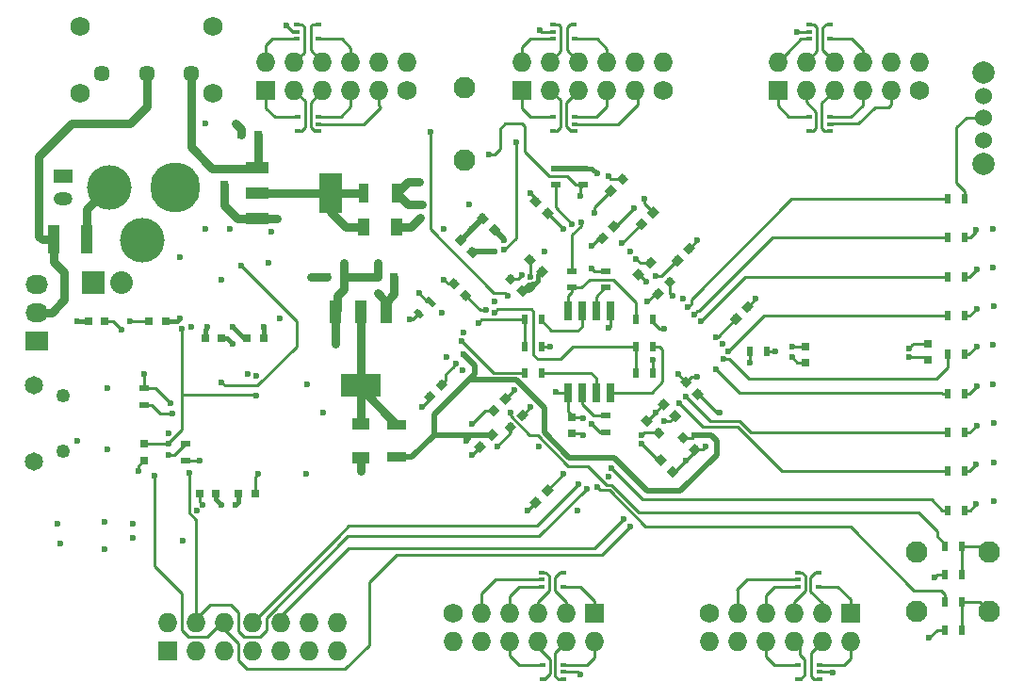
<source format=gbl>
G04 #@! TF.GenerationSoftware,KiCad,Pcbnew,(2017-01-24 revision 0b6147e)-makepkg*
G04 #@! TF.CreationDate,2017-03-21T13:18:50-07:00*
G04 #@! TF.ProjectId,Spartan6Dev,5370617274616E364465762E6B696361,rev?*
G04 #@! TF.FileFunction,Copper,L4,Bot,Signal*
G04 #@! TF.FilePolarity,Positive*
%FSLAX46Y46*%
G04 Gerber Fmt 4.6, Leading zero omitted, Abs format (unit mm)*
G04 Created by KiCad (PCBNEW (2017-01-24 revision 0b6147e)-makepkg) date 03/21/17 13:18:50*
%MOMM*%
%LPD*%
G01*
G04 APERTURE LIST*
%ADD10C,0.100000*%
%ADD11R,1.000000X2.500000*%
%ADD12R,1.727200X1.727200*%
%ADD13O,1.727200X1.727200*%
%ADD14R,0.650000X1.700000*%
%ADD15C,0.750000*%
%ADD16R,0.800000X0.750000*%
%ADD17R,0.750000X0.800000*%
%ADD18R,1.600000X1.000000*%
%ADD19R,1.000000X1.600000*%
%ADD20R,0.500000X0.400000*%
%ADD21R,2.032000X1.727200*%
%ADD22O,2.032000X1.727200*%
%ADD23C,0.500000*%
%ADD24R,0.900000X0.500000*%
%ADD25R,0.500000X0.900000*%
%ADD26R,2.032000X1.016000*%
%ADD27R,2.032000X3.657600*%
%ADD28C,1.650000*%
%ADD29C,1.250000*%
%ADD30C,4.000000*%
%ADD31C,4.500000*%
%ADD32R,3.657600X2.032000*%
%ADD33R,1.016000X2.032000*%
%ADD34C,1.727200*%
%ADD35R,1.700000X0.900000*%
%ADD36R,0.900000X1.700000*%
%ADD37R,1.700000X1.200000*%
%ADD38O,1.700000X1.200000*%
%ADD39R,2.032000X2.032000*%
%ADD40O,2.032000X2.032000*%
%ADD41C,1.524000*%
%ADD42C,2.000000*%
%ADD43C,1.950000*%
%ADD44C,1.450000*%
%ADD45C,1.750000*%
%ADD46C,0.600000*%
%ADD47C,0.254000*%
%ADD48C,0.762000*%
%ADD49C,0.508000*%
%ADD50C,0.250000*%
%ADD51C,0.381000*%
G04 APERTURE END LIST*
D10*
D11*
X35900000Y-98400000D03*
X38900000Y-98400000D03*
D12*
X46140000Y-135390000D03*
D13*
X46140000Y-132850000D03*
X48680000Y-135390000D03*
X48680000Y-132850000D03*
X51220000Y-135390000D03*
X51220000Y-132850000D03*
X53760000Y-135390000D03*
X53760000Y-132850000D03*
X56300000Y-135390000D03*
X56300000Y-132850000D03*
X58840000Y-135390000D03*
X58840000Y-132850000D03*
X61380000Y-135390000D03*
X61380000Y-132850000D03*
D14*
X82095000Y-104850000D03*
X83365000Y-104850000D03*
X84635000Y-104850000D03*
X85905000Y-104850000D03*
X85905000Y-112150000D03*
X84635000Y-112150000D03*
X83365000Y-112150000D03*
X82095000Y-112150000D03*
D15*
X92469670Y-116219670D03*
D10*
G36*
X91921662Y-116201992D02*
X92451992Y-115671662D01*
X93017678Y-116237348D01*
X92487348Y-116767678D01*
X91921662Y-116201992D01*
X91921662Y-116201992D01*
G37*
D15*
X93530330Y-117280330D03*
D10*
G36*
X92982322Y-117262652D02*
X93512652Y-116732322D01*
X94078338Y-117298008D01*
X93548008Y-117828338D01*
X92982322Y-117262652D01*
X92982322Y-117262652D01*
G37*
D15*
X93030330Y-99219670D03*
D10*
G36*
X93012652Y-99767678D02*
X92482322Y-99237348D01*
X93048008Y-98671662D01*
X93578338Y-99201992D01*
X93012652Y-99767678D01*
X93012652Y-99767678D01*
G37*
D15*
X91969670Y-100280330D03*
D10*
G36*
X91951992Y-100828338D02*
X91421662Y-100298008D01*
X91987348Y-99732322D01*
X92517678Y-100262652D01*
X91951992Y-100828338D01*
X91951992Y-100828338D01*
G37*
D15*
X75280330Y-115969670D03*
D10*
G36*
X75298008Y-115421662D02*
X75828338Y-115951992D01*
X75262652Y-116517678D01*
X74732322Y-115987348D01*
X75298008Y-115421662D01*
X75298008Y-115421662D01*
G37*
D15*
X74219670Y-117030330D03*
D10*
G36*
X74237348Y-116482322D02*
X74767678Y-117012652D01*
X74201992Y-117578338D01*
X73671662Y-117048008D01*
X74237348Y-116482322D01*
X74237348Y-116482322D01*
G37*
D15*
X79780330Y-101280330D03*
D10*
G36*
X79232322Y-101262652D02*
X79762652Y-100732322D01*
X80328338Y-101298008D01*
X79798008Y-101828338D01*
X79232322Y-101262652D01*
X79232322Y-101262652D01*
G37*
D15*
X78719670Y-100219670D03*
D10*
G36*
X78171662Y-100201992D02*
X78701992Y-99671662D01*
X79267678Y-100237348D01*
X78737348Y-100767678D01*
X78171662Y-100201992D01*
X78171662Y-100201992D01*
G37*
D15*
X88719670Y-97030330D03*
D10*
G36*
X88701992Y-97578338D02*
X88171662Y-97048008D01*
X88737348Y-96482322D01*
X89267678Y-97012652D01*
X88701992Y-97578338D01*
X88701992Y-97578338D01*
G37*
D15*
X89780330Y-95969670D03*
D10*
G36*
X89762652Y-96517678D02*
X89232322Y-95987348D01*
X89798008Y-95421662D01*
X90328338Y-95951992D01*
X89762652Y-96517678D01*
X89762652Y-96517678D01*
G37*
D15*
X78030330Y-114219670D03*
D10*
G36*
X78012652Y-114767678D02*
X77482322Y-114237348D01*
X78048008Y-113671662D01*
X78578338Y-114201992D01*
X78012652Y-114767678D01*
X78012652Y-114767678D01*
G37*
D15*
X76969670Y-115280330D03*
D10*
G36*
X76951992Y-115828338D02*
X76421662Y-115298008D01*
X76987348Y-114732322D01*
X77517678Y-115262652D01*
X76951992Y-115828338D01*
X76951992Y-115828338D01*
G37*
D15*
X90280330Y-115780330D03*
D10*
G36*
X90828338Y-115798008D02*
X90298008Y-116328338D01*
X89732322Y-115762652D01*
X90262652Y-115232322D01*
X90828338Y-115798008D01*
X90828338Y-115798008D01*
G37*
D15*
X89219670Y-114719670D03*
D10*
G36*
X89767678Y-114737348D02*
X89237348Y-115267678D01*
X88671662Y-114701992D01*
X89201992Y-114171662D01*
X89767678Y-114737348D01*
X89767678Y-114737348D01*
G37*
D15*
X78030330Y-103030330D03*
D10*
G36*
X77482322Y-103012652D02*
X78012652Y-102482322D01*
X78578338Y-103048008D01*
X78048008Y-103578338D01*
X77482322Y-103012652D01*
X77482322Y-103012652D01*
G37*
D15*
X76969670Y-101969670D03*
D10*
G36*
X76421662Y-101951992D02*
X76951992Y-101421662D01*
X77517678Y-101987348D01*
X76987348Y-102517678D01*
X76421662Y-101951992D01*
X76421662Y-101951992D01*
G37*
D15*
X93780330Y-112280330D03*
D10*
G36*
X94328338Y-112298008D02*
X93798008Y-112828338D01*
X93232322Y-112262652D01*
X93762652Y-111732322D01*
X94328338Y-112298008D01*
X94328338Y-112298008D01*
G37*
D15*
X92719670Y-111219670D03*
D10*
G36*
X93267678Y-111237348D02*
X92737348Y-111767678D01*
X92171662Y-111201992D01*
X92701992Y-110671662D01*
X93267678Y-111237348D01*
X93267678Y-111237348D01*
G37*
D15*
X79219670Y-122030330D03*
D10*
G36*
X79237348Y-121482322D02*
X79767678Y-122012652D01*
X79201992Y-122578338D01*
X78671662Y-122048008D01*
X79237348Y-121482322D01*
X79237348Y-121482322D01*
G37*
D15*
X80280330Y-120969670D03*
D10*
G36*
X80298008Y-120421662D02*
X80828338Y-120951992D01*
X80262652Y-121517678D01*
X79732322Y-120987348D01*
X80298008Y-120421662D01*
X80298008Y-120421662D01*
G37*
D15*
X70780330Y-111469670D03*
D10*
G36*
X70798008Y-110921662D02*
X71328338Y-111451992D01*
X70762652Y-112017678D01*
X70232322Y-111487348D01*
X70798008Y-110921662D01*
X70798008Y-110921662D01*
G37*
D15*
X69719670Y-112530330D03*
D10*
G36*
X69737348Y-111982322D02*
X70267678Y-112512652D01*
X69701992Y-113078338D01*
X69171662Y-112548008D01*
X69737348Y-111982322D01*
X69737348Y-111982322D01*
G37*
D15*
X97219670Y-105530330D03*
D10*
G36*
X97201992Y-106078338D02*
X96671662Y-105548008D01*
X97237348Y-104982322D01*
X97767678Y-105512652D01*
X97201992Y-106078338D01*
X97201992Y-106078338D01*
G37*
D15*
X98280330Y-104469670D03*
D10*
G36*
X98262652Y-105017678D02*
X97732322Y-104487348D01*
X98298008Y-103921662D01*
X98828338Y-104451992D01*
X98262652Y-105017678D01*
X98262652Y-105017678D01*
G37*
D15*
X91530330Y-119280330D03*
D10*
G36*
X90982322Y-119262652D02*
X91512652Y-118732322D01*
X92078338Y-119298008D01*
X91548008Y-119828338D01*
X90982322Y-119262652D01*
X90982322Y-119262652D01*
G37*
D15*
X90469670Y-118219670D03*
D10*
G36*
X89921662Y-118201992D02*
X90451992Y-117671662D01*
X91017678Y-118237348D01*
X90487348Y-118767678D01*
X89921662Y-118201992D01*
X89921662Y-118201992D01*
G37*
D15*
X80280330Y-96030330D03*
D10*
G36*
X80828338Y-96048008D02*
X80298008Y-96578338D01*
X79732322Y-96012652D01*
X80262652Y-95482322D01*
X80828338Y-96048008D01*
X80828338Y-96048008D01*
G37*
D15*
X79219670Y-94969670D03*
D10*
G36*
X79767678Y-94987348D02*
X79237348Y-95517678D01*
X78671662Y-94951992D01*
X79201992Y-94421662D01*
X79767678Y-94987348D01*
X79767678Y-94987348D01*
G37*
D15*
X76530330Y-112719670D03*
D10*
G36*
X76512652Y-113267678D02*
X75982322Y-112737348D01*
X76548008Y-112171662D01*
X77078338Y-112701992D01*
X76512652Y-113267678D01*
X76512652Y-113267678D01*
G37*
D15*
X75469670Y-113780330D03*
D10*
G36*
X75451992Y-114328338D02*
X74921662Y-113798008D01*
X75487348Y-113232322D01*
X76017678Y-113762652D01*
X75451992Y-114328338D01*
X75451992Y-114328338D01*
G37*
D15*
X85219670Y-98280330D03*
D10*
G36*
X85237348Y-97732322D02*
X85767678Y-98262652D01*
X85201992Y-98828338D01*
X84671662Y-98298008D01*
X85237348Y-97732322D01*
X85237348Y-97732322D01*
G37*
D15*
X86280330Y-97219670D03*
D10*
G36*
X86298008Y-96671662D02*
X86828338Y-97201992D01*
X86262652Y-97767678D01*
X85732322Y-97237348D01*
X86298008Y-96671662D01*
X86298008Y-96671662D01*
G37*
D15*
X91280330Y-102219670D03*
D10*
G36*
X91298008Y-101671662D02*
X91828338Y-102201992D01*
X91262652Y-102767678D01*
X90732322Y-102237348D01*
X91298008Y-101671662D01*
X91298008Y-101671662D01*
G37*
D15*
X90219670Y-103280330D03*
D10*
G36*
X90237348Y-102732322D02*
X90767678Y-103262652D01*
X90201992Y-103828338D01*
X89671662Y-103298008D01*
X90237348Y-102732322D01*
X90237348Y-102732322D01*
G37*
D15*
X88469670Y-101530330D03*
D10*
G36*
X88487348Y-100982322D02*
X89017678Y-101512652D01*
X88451992Y-102078338D01*
X87921662Y-101548008D01*
X88487348Y-100982322D01*
X88487348Y-100982322D01*
G37*
D15*
X89530330Y-100469670D03*
D10*
G36*
X89548008Y-99921662D02*
X90078338Y-100451992D01*
X89512652Y-101017678D01*
X88982322Y-100487348D01*
X89548008Y-99921662D01*
X89548008Y-99921662D01*
G37*
D15*
X85969670Y-94030330D03*
D10*
G36*
X85951992Y-94578338D02*
X85421662Y-94048008D01*
X85987348Y-93482322D01*
X86517678Y-94012652D01*
X85951992Y-94578338D01*
X85951992Y-94578338D01*
G37*
D15*
X87030330Y-92969670D03*
D10*
G36*
X87012652Y-93517678D02*
X86482322Y-92987348D01*
X87048008Y-92421662D01*
X87578338Y-92951992D01*
X87012652Y-93517678D01*
X87012652Y-93517678D01*
G37*
D15*
X90719670Y-113219670D03*
D10*
G36*
X91267678Y-113237348D02*
X90737348Y-113767678D01*
X90171662Y-113201992D01*
X90701992Y-112671662D01*
X91267678Y-113237348D01*
X91267678Y-113237348D01*
G37*
D15*
X91780330Y-114280330D03*
D10*
G36*
X92328338Y-114298008D02*
X91798008Y-114828338D01*
X91232322Y-114262652D01*
X91762652Y-113732322D01*
X92328338Y-114298008D01*
X92328338Y-114298008D01*
G37*
D15*
X72930330Y-103430330D03*
D10*
G36*
X73478338Y-103448008D02*
X72948008Y-103978338D01*
X72382322Y-103412652D01*
X72912652Y-102882322D01*
X73478338Y-103448008D01*
X73478338Y-103448008D01*
G37*
D15*
X71869670Y-102369670D03*
D10*
G36*
X72417678Y-102387348D02*
X71887348Y-102917678D01*
X71321662Y-102351992D01*
X71851992Y-101821662D01*
X72417678Y-102387348D01*
X72417678Y-102387348D01*
G37*
D15*
X74469670Y-96469670D03*
D10*
G36*
X75017678Y-96487348D02*
X74487348Y-97017678D01*
X73921662Y-96451992D01*
X74451992Y-95921662D01*
X75017678Y-96487348D01*
X75017678Y-96487348D01*
G37*
D15*
X75530330Y-97530330D03*
D10*
G36*
X76078338Y-97548008D02*
X75548008Y-98078338D01*
X74982322Y-97512652D01*
X75512652Y-96982322D01*
X76078338Y-97548008D01*
X76078338Y-97548008D01*
G37*
D15*
X73530330Y-99530330D03*
D10*
G36*
X74078338Y-99548008D02*
X73548008Y-100078338D01*
X72982322Y-99512652D01*
X73512652Y-98982322D01*
X74078338Y-99548008D01*
X74078338Y-99548008D01*
G37*
D15*
X72469670Y-98469670D03*
D10*
G36*
X73017678Y-98487348D02*
X72487348Y-99017678D01*
X71921662Y-98451992D01*
X72451992Y-97921662D01*
X73017678Y-98487348D01*
X73017678Y-98487348D01*
G37*
D16*
X44500000Y-105750000D03*
X46000000Y-105750000D03*
X39000000Y-105750000D03*
X40500000Y-105750000D03*
D17*
X44000000Y-118250000D03*
X44000000Y-116750000D03*
D16*
X54750000Y-107250000D03*
X53250000Y-107250000D03*
X54000000Y-121250000D03*
X52500000Y-121250000D03*
X49500000Y-107250000D03*
X51000000Y-107250000D03*
X49000000Y-121250000D03*
X50500000Y-121250000D03*
X66500000Y-101750000D03*
X65000000Y-101750000D03*
D17*
X51250000Y-93500000D03*
X51250000Y-92000000D03*
D16*
X62000000Y-101750000D03*
X60500000Y-101750000D03*
X54250000Y-89000000D03*
X52750000Y-89000000D03*
D18*
X63500000Y-115000000D03*
X63500000Y-118000000D03*
D19*
X66750000Y-97250000D03*
X63750000Y-97250000D03*
D17*
X103500000Y-108000000D03*
X103500000Y-109500000D03*
X114500000Y-107750000D03*
X114500000Y-109250000D03*
X82500000Y-114350000D03*
X82500000Y-115850000D03*
D20*
X57820000Y-88670000D03*
X59710000Y-88678000D03*
X59710000Y-88028000D03*
X57810000Y-87378000D03*
X59709000Y-87378000D03*
X79791000Y-129622000D03*
X81690000Y-129622000D03*
X79790000Y-128972000D03*
X79790000Y-128322000D03*
X81680000Y-128330000D03*
X79820000Y-137920000D03*
X81710000Y-137928000D03*
X81710000Y-137278000D03*
X79810000Y-136628000D03*
X81709000Y-136628000D03*
X57791000Y-80372000D03*
X59690000Y-80372000D03*
X57790000Y-79722000D03*
X57790000Y-79072000D03*
X59680000Y-79080000D03*
X104680000Y-128330000D03*
X102790000Y-128322000D03*
X102790000Y-128972000D03*
X104690000Y-129622000D03*
X102791000Y-129622000D03*
X103820000Y-88670000D03*
X105710000Y-88678000D03*
X105710000Y-88028000D03*
X103810000Y-87378000D03*
X105709000Y-87378000D03*
X80820000Y-88670000D03*
X82710000Y-88678000D03*
X82710000Y-88028000D03*
X80810000Y-87378000D03*
X82709000Y-87378000D03*
X103791000Y-80372000D03*
X105690000Y-80372000D03*
X103790000Y-79722000D03*
X103790000Y-79072000D03*
X105680000Y-79080000D03*
X80791000Y-80372000D03*
X82690000Y-80372000D03*
X80790000Y-79722000D03*
X80790000Y-79072000D03*
X82680000Y-79080000D03*
X104709000Y-136628000D03*
X102810000Y-136628000D03*
X104710000Y-137278000D03*
X104710000Y-137928000D03*
X102820000Y-137920000D03*
D21*
X34400000Y-107500000D03*
D22*
X34400000Y-104960000D03*
X34400000Y-102420000D03*
D23*
X69780330Y-103969670D03*
D10*
G36*
X69921751Y-104464645D02*
X69285355Y-103828249D01*
X69638909Y-103474695D01*
X70275305Y-104111091D01*
X69921751Y-104464645D01*
X69921751Y-104464645D01*
G37*
D23*
X68719670Y-105030330D03*
D10*
G36*
X68861091Y-105525305D02*
X68224695Y-104888909D01*
X68578249Y-104535355D01*
X69214645Y-105171751D01*
X68861091Y-105525305D01*
X68861091Y-105525305D01*
G37*
D24*
X83500000Y-93500000D03*
X83500000Y-92000000D03*
X81000000Y-92000000D03*
X81000000Y-93500000D03*
D25*
X100000000Y-108500000D03*
X98500000Y-108500000D03*
D24*
X44000000Y-113250000D03*
X44000000Y-111750000D03*
X47750000Y-118250000D03*
X47750000Y-116750000D03*
D25*
X79750000Y-108000000D03*
X78250000Y-108000000D03*
D24*
X82500000Y-101250000D03*
X82500000Y-102750000D03*
D25*
X79750000Y-105600000D03*
X78250000Y-105600000D03*
D24*
X85500000Y-102750000D03*
X85500000Y-101250000D03*
D25*
X89750000Y-105600000D03*
X88250000Y-105600000D03*
X79750000Y-110400000D03*
X78250000Y-110400000D03*
X88250000Y-108000000D03*
X89750000Y-108000000D03*
X88250000Y-110400000D03*
X89750000Y-110400000D03*
D24*
X85500000Y-115750000D03*
X85500000Y-114250000D03*
D25*
X117780500Y-94750000D03*
X116280500Y-94750000D03*
X117750000Y-98250000D03*
X116250000Y-98250000D03*
X117750000Y-101750000D03*
X116250000Y-101750000D03*
X117750000Y-105250000D03*
X116250000Y-105250000D03*
X116250000Y-108750000D03*
X117750000Y-108750000D03*
X116250000Y-112250000D03*
X117750000Y-112250000D03*
X116250000Y-115750000D03*
X117750000Y-115750000D03*
X117750000Y-119250000D03*
X116250000Y-119250000D03*
X116250000Y-122750000D03*
X117750000Y-122750000D03*
X116000000Y-133500000D03*
X117500000Y-133500000D03*
X116000000Y-128500000D03*
X117500000Y-128500000D03*
X116000000Y-131000000D03*
X117500000Y-131000000D03*
X117500000Y-126000000D03*
X116000000Y-126000000D03*
D26*
X54198000Y-96536000D03*
X54198000Y-91964000D03*
X54198000Y-94250000D03*
D27*
X60802000Y-94250000D03*
D28*
X34100000Y-111520000D03*
X34100000Y-118380000D03*
D29*
X36770000Y-117447940D03*
X36770000Y-112447940D03*
D30*
X43866000Y-98450000D03*
X40866000Y-93750000D03*
D31*
X46866000Y-93750000D03*
D32*
X63500000Y-111552000D03*
D33*
X63500000Y-104948000D03*
X65786000Y-104948000D03*
X61214000Y-104948000D03*
D13*
X84503500Y-134543500D03*
D12*
X84503500Y-132003500D03*
D13*
X81963500Y-134543500D03*
X81963500Y-132003500D03*
X79423500Y-134543500D03*
X79423500Y-132003500D03*
X76883500Y-134543500D03*
X76883500Y-132003500D03*
X74343500Y-134543500D03*
X74343500Y-132003500D03*
X71803500Y-134543500D03*
D34*
X71803500Y-132003500D03*
X94803500Y-132003500D03*
D13*
X94803500Y-134543500D03*
X97343500Y-132003500D03*
X97343500Y-134543500D03*
X99883500Y-132003500D03*
X99883500Y-134543500D03*
X102423500Y-132003500D03*
X102423500Y-134543500D03*
X104963500Y-132003500D03*
X104963500Y-134543500D03*
D12*
X107503500Y-132003500D03*
D13*
X107503500Y-134543500D03*
D34*
X67696500Y-84996500D03*
D13*
X67696500Y-82456500D03*
X65156500Y-84996500D03*
X65156500Y-82456500D03*
X62616500Y-84996500D03*
X62616500Y-82456500D03*
X60076500Y-84996500D03*
X60076500Y-82456500D03*
X57536500Y-84996500D03*
X57536500Y-82456500D03*
D12*
X54996500Y-84996500D03*
D13*
X54996500Y-82456500D03*
D34*
X90696500Y-84996500D03*
D13*
X90696500Y-82456500D03*
X88156500Y-84996500D03*
X88156500Y-82456500D03*
X85616500Y-84996500D03*
X85616500Y-82456500D03*
X83076500Y-84996500D03*
X83076500Y-82456500D03*
X80536500Y-84996500D03*
X80536500Y-82456500D03*
D12*
X77996500Y-84996500D03*
D13*
X77996500Y-82456500D03*
X100996500Y-82456500D03*
D12*
X100996500Y-84996500D03*
D13*
X103536500Y-82456500D03*
X103536500Y-84996500D03*
X106076500Y-82456500D03*
X106076500Y-84996500D03*
X108616500Y-82456500D03*
X108616500Y-84996500D03*
X111156500Y-82456500D03*
X111156500Y-84996500D03*
X113696500Y-82456500D03*
D34*
X113696500Y-84996500D03*
D35*
X66750000Y-115050000D03*
X66750000Y-117950000D03*
D36*
X66700000Y-94250000D03*
X63800000Y-94250000D03*
D37*
X36750000Y-92750000D03*
D38*
X36750000Y-94750000D03*
D39*
X39450000Y-102300000D03*
D40*
X41990000Y-102300000D03*
D41*
X119500000Y-87500000D03*
X119500000Y-85500000D03*
X119500000Y-89500000D03*
D42*
X119500000Y-91600000D03*
X119500000Y-83400000D03*
D43*
X72800000Y-84800000D03*
X72800000Y-91300000D03*
X120000000Y-131840000D03*
X113500000Y-131840000D03*
X113500000Y-126500000D03*
X120000000Y-126500000D03*
D44*
X40250000Y-83500000D03*
X44250000Y-83500000D03*
X48250000Y-83500000D03*
D45*
X50250000Y-85250000D03*
X50250000Y-79250000D03*
X38250000Y-85250000D03*
X38250000Y-79250000D03*
D46*
X60090000Y-113930000D03*
X81000000Y-112122990D03*
X72750000Y-106750000D03*
X65000000Y-103250000D03*
X80515291Y-108057010D03*
X90750000Y-106392990D03*
X72080942Y-109580942D03*
X54150000Y-110650000D03*
X76412849Y-98440424D03*
X112750000Y-109000000D03*
X102250000Y-108000000D03*
X88229482Y-100140403D03*
X91500000Y-103500000D03*
X54250000Y-119500000D03*
X49000000Y-118250000D03*
X77957403Y-101641329D03*
X84750000Y-92500000D03*
X89750000Y-109250000D03*
X68750000Y-103250000D03*
X74750000Y-104750000D03*
X73500000Y-115000000D03*
X75750000Y-117000000D03*
X81750000Y-119500000D03*
X88750000Y-116750000D03*
X90750000Y-114750000D03*
X95750000Y-114000000D03*
X84500000Y-96000000D03*
X81750000Y-97500000D03*
X73250000Y-95250000D03*
X88072839Y-95572830D03*
X84250000Y-101000000D03*
X95434306Y-107184306D03*
X100750000Y-108500000D03*
X88750000Y-116000000D03*
X84250000Y-115000000D03*
X83500000Y-114500000D03*
X49250000Y-122250000D03*
X54750000Y-106250000D03*
X52000000Y-107750000D03*
X48750000Y-122750000D03*
X47500000Y-125500000D03*
X36250000Y-124000000D03*
X36500000Y-125750000D03*
X49500000Y-88000000D03*
X47250000Y-100000000D03*
X49500000Y-97500000D03*
X55500000Y-97750000D03*
X55250000Y-100500000D03*
X59000000Y-101750000D03*
X69000000Y-95250000D03*
X68000000Y-95250000D03*
X68750000Y-93250000D03*
X67750000Y-93250000D03*
X75000000Y-90750000D03*
X83250000Y-94500000D03*
X120350000Y-97420000D03*
X120350000Y-100910000D03*
X120390000Y-104380000D03*
X120350000Y-107880000D03*
X120300000Y-111420000D03*
X120430000Y-114900000D03*
X120400000Y-118420000D03*
X120370000Y-121900000D03*
X115040000Y-128810000D03*
X114590000Y-134240000D03*
X77329100Y-111972105D03*
X58650000Y-111430000D03*
X56830000Y-79140000D03*
X102750000Y-79750000D03*
X68803160Y-96416432D03*
X88960602Y-94710602D03*
X92484857Y-103732049D03*
X85762084Y-106377010D03*
X72646636Y-110146636D03*
X79600000Y-79570000D03*
X105900000Y-137310000D03*
X83230000Y-137500000D03*
X53372483Y-110461623D03*
X58640000Y-119450000D03*
X46440000Y-113160000D03*
X80000000Y-99500000D03*
X89147888Y-102188200D03*
X112750000Y-108199987D03*
X102250000Y-109000000D03*
X87750000Y-99500000D03*
X89250000Y-104000000D03*
X43500000Y-119250000D03*
X46249999Y-115800037D03*
X79106094Y-102466391D03*
X93750000Y-98500000D03*
X71250000Y-109000000D03*
X83000000Y-122750000D03*
X85750000Y-119750000D03*
X75500000Y-104000000D03*
X71000000Y-102000000D03*
X70750000Y-105000000D03*
X79500000Y-117000000D03*
X78500000Y-122750000D03*
X94500000Y-117000000D03*
X92750000Y-118250000D03*
X93750000Y-110750000D03*
X85750000Y-92750000D03*
X78750000Y-94250000D03*
X71000000Y-97500000D03*
X73500000Y-97500000D03*
X84250000Y-99000000D03*
X96000000Y-107750000D03*
X99000000Y-103750000D03*
X92000000Y-110500000D03*
X90000000Y-114000000D03*
X83500000Y-116000000D03*
X78750000Y-113500000D03*
X69000000Y-113500000D03*
X73500000Y-117750000D03*
X63500000Y-119250000D03*
X51000000Y-122250000D03*
X52250000Y-122250000D03*
X52000000Y-106250000D03*
X49750000Y-106250000D03*
X47250000Y-105500000D03*
X38000000Y-105750000D03*
X43000000Y-124000000D03*
X43000000Y-125250000D03*
X40500000Y-126250000D03*
X40500000Y-123750000D03*
X38060000Y-116500000D03*
X40750000Y-117250000D03*
X40750000Y-111750000D03*
X44000000Y-110500000D03*
X56250000Y-105500000D03*
X48250000Y-106250000D03*
X52250000Y-88000000D03*
X51000000Y-102000000D03*
X51750000Y-97500000D03*
X61250000Y-107750000D03*
X61250000Y-106750000D03*
X65000000Y-100500000D03*
X62000000Y-100500000D03*
X63500000Y-101750000D03*
X56000000Y-96500000D03*
X51250000Y-95366000D03*
X73000000Y-116500000D03*
X89986408Y-101711201D03*
X72750000Y-108750000D03*
X78750000Y-101750000D03*
X93500000Y-116000000D03*
X87000000Y-98750000D03*
X75500000Y-99500000D03*
X54100000Y-112460000D03*
X47430000Y-106440000D03*
X46250000Y-116750000D03*
X42750000Y-105750000D03*
X118820000Y-97510000D03*
X118860000Y-101110000D03*
X118840000Y-104620000D03*
X118840000Y-108010000D03*
X118840000Y-111620000D03*
X118840000Y-115120000D03*
X118820000Y-118650000D03*
X118820000Y-122180000D03*
X87130000Y-123500000D03*
X83070000Y-120410000D03*
X83790000Y-120830000D03*
X48060000Y-119350000D03*
X87690000Y-124230000D03*
X44940000Y-119600000D03*
X98500000Y-109500000D03*
X67910000Y-105600000D03*
X82500000Y-97000000D03*
X46567112Y-114026193D03*
X74079151Y-105883288D03*
X75519231Y-104969780D03*
X93460000Y-105160000D03*
X83283196Y-96836835D03*
X72575220Y-107530686D03*
X94090000Y-105750000D03*
X96560000Y-108450000D03*
X96090000Y-109130000D03*
X95420000Y-110080000D03*
X92723673Y-112543743D03*
X92130000Y-113080000D03*
X85990000Y-118970000D03*
X84730000Y-120640000D03*
X76970000Y-113950000D03*
X69750000Y-88750000D03*
X76750000Y-103500000D03*
X77440000Y-89630000D03*
X76400000Y-99340000D03*
X42000000Y-106500000D03*
X52750000Y-100750000D03*
X51000000Y-111250000D03*
X92890000Y-104500000D03*
X46250000Y-117750000D03*
D47*
X81027010Y-112150000D02*
X81000000Y-112122990D01*
X82095000Y-112150000D02*
X81027010Y-112150000D01*
D48*
X65786000Y-104948000D02*
X65786000Y-104036000D01*
X65786000Y-104036000D02*
X65000000Y-103250000D01*
D47*
X80458281Y-108000000D02*
X80515291Y-108057010D01*
X79750000Y-108000000D02*
X80458281Y-108000000D01*
X90342990Y-106392990D02*
X90750000Y-106392990D01*
X89750000Y-105800000D02*
X90342990Y-106392990D01*
X89750000Y-105600000D02*
X89750000Y-105800000D01*
X71133883Y-111116117D02*
X71133883Y-110528001D01*
X70780330Y-111469670D02*
X71133883Y-111116117D01*
X71780943Y-109880941D02*
X72080942Y-109580942D01*
X71133883Y-110528001D02*
X71780943Y-109880941D01*
D49*
X76412849Y-98412849D02*
X76412849Y-98440424D01*
X75530330Y-97530330D02*
X76412849Y-98412849D01*
D47*
X112750000Y-109000000D02*
X114250000Y-109000000D01*
X114250000Y-109000000D02*
X114500000Y-109250000D01*
X103500000Y-108000000D02*
X102250000Y-108000000D01*
X89530330Y-100469670D02*
X88558749Y-100469670D01*
X88558749Y-100469670D02*
X88529481Y-100440402D01*
X88529481Y-100440402D02*
X88229482Y-100140403D01*
X91280330Y-102219670D02*
X91280330Y-103280330D01*
X91280330Y-103280330D02*
X91500000Y-103500000D01*
X54000000Y-121250000D02*
X54000000Y-119750000D01*
X54000000Y-119750000D02*
X54250000Y-119500000D01*
D50*
X47750000Y-118250000D02*
X49000000Y-118250000D01*
D47*
X77657404Y-101941328D02*
X77957403Y-101641329D01*
X76969670Y-101969670D02*
X77629062Y-101969670D01*
X77629062Y-101969670D02*
X77657404Y-101941328D01*
D51*
X84250000Y-92000000D02*
X84750000Y-92500000D01*
X83500000Y-92000000D02*
X84250000Y-92000000D01*
D49*
X81000000Y-92000000D02*
X83500000Y-92000000D01*
D47*
X89750000Y-110400000D02*
X89750000Y-109250000D01*
X69780330Y-103969670D02*
X69469670Y-103969670D01*
X69469670Y-103969670D02*
X68750000Y-103250000D01*
X74750000Y-104750000D02*
X74250000Y-104750000D01*
X74250000Y-104750000D02*
X72930330Y-103430330D01*
X74719670Y-113780330D02*
X73500000Y-115000000D01*
X75469670Y-113780330D02*
X74719670Y-113780330D01*
X76969670Y-115280330D02*
X76969670Y-115780330D01*
X76969670Y-115780330D02*
X75750000Y-117000000D01*
X80280330Y-120969670D02*
X81750000Y-119500000D01*
X90469670Y-118219670D02*
X90219670Y-118219670D01*
X90219670Y-118219670D02*
X88750000Y-116750000D01*
X90750000Y-114750000D02*
X91310660Y-114750000D01*
X91310660Y-114750000D02*
X91780330Y-114280330D01*
X93780330Y-112280330D02*
X95500000Y-114000000D01*
X95500000Y-114000000D02*
X95750000Y-114000000D01*
X85969670Y-94030330D02*
X84500000Y-95500000D01*
X84500000Y-95500000D02*
X84500000Y-96000000D01*
X80280330Y-96030330D02*
X81750000Y-97500000D01*
X86280330Y-97219670D02*
X86425999Y-97219670D01*
X86425999Y-97219670D02*
X88072839Y-95572830D01*
X85500000Y-101250000D02*
X84500000Y-101250000D01*
X84500000Y-101250000D02*
X84250000Y-101000000D01*
X95565694Y-107184306D02*
X95434306Y-107184306D01*
X97219670Y-105530330D02*
X95565694Y-107184306D01*
X100000000Y-108500000D02*
X100750000Y-108500000D01*
X90280330Y-115780330D02*
X88969670Y-115780330D01*
X88969670Y-115780330D02*
X88750000Y-116000000D01*
X85500000Y-115750000D02*
X85000000Y-115750000D01*
X85000000Y-115750000D02*
X84250000Y-115000000D01*
X82500000Y-114350000D02*
X83350000Y-114350000D01*
X83350000Y-114350000D02*
X83500000Y-114500000D01*
X82500000Y-114250000D02*
X82095000Y-113845000D01*
X82095000Y-113845000D02*
X82095000Y-112150000D01*
X82500000Y-114350000D02*
X82500000Y-114250000D01*
X49000000Y-121250000D02*
X49000000Y-122000000D01*
X49000000Y-122000000D02*
X49250000Y-122250000D01*
D51*
X54750000Y-107250000D02*
X54750000Y-106250000D01*
X51000000Y-107250000D02*
X51500000Y-107250000D01*
X51500000Y-107250000D02*
X52000000Y-107750000D01*
D48*
X60500000Y-101750000D02*
X59000000Y-101750000D01*
X68000000Y-95250000D02*
X69000000Y-95250000D01*
X66750000Y-94250000D02*
X67750000Y-95250000D01*
X67750000Y-95250000D02*
X68000000Y-95250000D01*
X67750000Y-93250000D02*
X68750000Y-93250000D01*
X66700000Y-94250000D02*
X66750000Y-94250000D01*
X66750000Y-94250000D02*
X67750000Y-93250000D01*
X65786000Y-104044000D02*
X66500000Y-103330000D01*
X66500000Y-103330000D02*
X66500000Y-101750000D01*
X65786000Y-104948000D02*
X65786000Y-104044000D01*
D47*
X76000000Y-90250000D02*
X75500000Y-90750000D01*
X75500000Y-90750000D02*
X75000000Y-90750000D01*
X76000000Y-88500000D02*
X76000000Y-90250000D01*
X76500000Y-88000000D02*
X76000000Y-88500000D01*
X78000000Y-88000000D02*
X76500000Y-88000000D01*
X78250000Y-88250000D02*
X78000000Y-88000000D01*
X78250000Y-90538602D02*
X78250000Y-88250000D01*
X82046000Y-92750000D02*
X80461398Y-92750000D01*
X80461398Y-92750000D02*
X78250000Y-90538602D01*
X83500000Y-93500000D02*
X82796000Y-93500000D01*
X82796000Y-93500000D02*
X82046000Y-92750000D01*
X83250000Y-94500000D02*
X83250000Y-93750000D01*
X83250000Y-93750000D02*
X83500000Y-93500000D01*
D48*
X38900000Y-98400000D02*
X38900000Y-95716000D01*
X38900000Y-95716000D02*
X40866000Y-93750000D01*
D47*
X116000000Y-128500000D02*
X115350000Y-128500000D01*
X115350000Y-128500000D02*
X115040000Y-128810000D01*
X116000000Y-133500000D02*
X115330000Y-133500000D01*
X115330000Y-133500000D02*
X114590000Y-134240000D01*
X77277895Y-111972105D02*
X77329100Y-111972105D01*
X76530330Y-112719670D02*
X77277895Y-111972105D01*
X56830000Y-79140000D02*
X57412000Y-79722000D01*
X57412000Y-79722000D02*
X57790000Y-79722000D01*
X103790000Y-79722000D02*
X102778000Y-79722000D01*
X102778000Y-79722000D02*
X102750000Y-79750000D01*
D48*
X68803160Y-96458840D02*
X68803160Y-96416432D01*
X66750000Y-97250000D02*
X68012000Y-97250000D01*
X68012000Y-97250000D02*
X68803160Y-96458840D01*
D47*
X110900000Y-86500000D02*
X111156500Y-86243500D01*
X111156500Y-86243500D02*
X111156500Y-84996500D01*
X109700000Y-86500000D02*
X110900000Y-86500000D01*
X108200000Y-88000000D02*
X109700000Y-86500000D01*
X105956000Y-88000000D02*
X108200000Y-88000000D01*
X105710000Y-88028000D02*
X105928000Y-88028000D01*
X105928000Y-88028000D02*
X105956000Y-88000000D01*
X88960602Y-95149942D02*
X88960602Y-95134866D01*
X88960602Y-95134866D02*
X88960602Y-94710602D01*
X89780330Y-95969670D02*
X88960602Y-95149942D01*
D48*
X61387000Y-103500000D02*
X61387000Y-104775000D01*
X61387000Y-104775000D02*
X61214000Y-104948000D01*
X62000000Y-101750000D02*
X62000000Y-102887000D01*
X62000000Y-102887000D02*
X61387000Y-103500000D01*
D47*
X85905000Y-104850000D02*
X85905000Y-106234094D01*
X85905000Y-106234094D02*
X85762084Y-106377010D01*
X82710000Y-88028000D02*
X86652000Y-88028000D01*
X86652000Y-88028000D02*
X88370000Y-86310000D01*
X88370000Y-86310000D02*
X88370000Y-85210000D01*
X88370000Y-85210000D02*
X88156500Y-84996500D01*
X80790000Y-79722000D02*
X79752000Y-79722000D01*
X79752000Y-79722000D02*
X79600000Y-79570000D01*
X97300000Y-129900000D02*
X97343500Y-129943500D01*
X97343500Y-129943500D02*
X97343500Y-132003500D01*
X98230000Y-128970000D02*
X97300000Y-129900000D01*
X102284000Y-128970000D02*
X98230000Y-128970000D01*
X102790000Y-128972000D02*
X102286000Y-128972000D01*
X102286000Y-128972000D02*
X102284000Y-128970000D01*
X104710000Y-137278000D02*
X105868000Y-137278000D01*
X105868000Y-137278000D02*
X105900000Y-137310000D01*
X81710000Y-137278000D02*
X83008000Y-137278000D01*
X83008000Y-137278000D02*
X83230000Y-137500000D01*
X75598000Y-128972000D02*
X74343500Y-130226500D01*
X74343500Y-130226500D02*
X74343500Y-132003500D01*
X79790000Y-128972000D02*
X75598000Y-128972000D01*
X44000000Y-111750000D02*
X45030000Y-111750000D01*
X45030000Y-111750000D02*
X46440000Y-113160000D01*
X89127540Y-102188200D02*
X89147888Y-102188200D01*
X88469670Y-101530330D02*
X89127540Y-102188200D01*
X113049999Y-107899988D02*
X112750000Y-108199987D01*
X113199987Y-107750000D02*
X113049999Y-107899988D01*
X114500000Y-107750000D02*
X113199987Y-107750000D01*
X103500000Y-109500000D02*
X102750000Y-109500000D01*
X102750000Y-109500000D02*
X102250000Y-109000000D01*
X90219670Y-103280330D02*
X89969670Y-103280330D01*
X89969670Y-103280330D02*
X89250000Y-104000000D01*
D50*
X43500000Y-119250000D02*
X43500000Y-118750000D01*
X43500000Y-118750000D02*
X44000000Y-118250000D01*
D51*
X79444455Y-102128030D02*
X79106094Y-102466391D01*
X78030330Y-103030330D02*
X78594269Y-102466391D01*
X78594269Y-102466391D02*
X78681830Y-102466391D01*
X78681830Y-102466391D02*
X79106094Y-102466391D01*
X79780330Y-101280330D02*
X79444455Y-101616205D01*
X79444455Y-101616205D02*
X79444455Y-102128030D01*
X78806095Y-102766390D02*
X79106094Y-102466391D01*
X78602815Y-102969670D02*
X78806095Y-102766390D01*
X78030330Y-102969670D02*
X78602815Y-102969670D01*
D47*
X93030330Y-99219670D02*
X93750000Y-98500000D01*
X71869670Y-102369670D02*
X71369670Y-102369670D01*
X71369670Y-102369670D02*
X71000000Y-102000000D01*
X79219670Y-122030330D02*
X78500000Y-122750000D01*
X93530330Y-117280330D02*
X94219670Y-117280330D01*
X94219670Y-117280330D02*
X94500000Y-117000000D01*
X93530330Y-117280330D02*
X93530330Y-117469670D01*
X93530330Y-117469670D02*
X92750000Y-118250000D01*
X91530330Y-119280330D02*
X91719670Y-119280330D01*
X91719670Y-119280330D02*
X92750000Y-118250000D01*
X93750000Y-110750000D02*
X93189340Y-110750000D01*
X93189340Y-110750000D02*
X92719670Y-111219670D01*
X85969670Y-92969670D02*
X85750000Y-92750000D01*
X87030330Y-92969670D02*
X85969670Y-92969670D01*
X79219670Y-94969670D02*
X79219670Y-94719670D01*
X79219670Y-94719670D02*
X78750000Y-94250000D01*
D49*
X72469670Y-98469670D02*
X72530330Y-98469670D01*
X72530330Y-98469670D02*
X73500000Y-97500000D01*
X74469670Y-96469670D02*
X74469670Y-96530330D01*
X74469670Y-96530330D02*
X73500000Y-97500000D01*
D47*
X85219670Y-98280330D02*
X84969670Y-98280330D01*
X84969670Y-98280330D02*
X84250000Y-99000000D01*
X98280330Y-104469670D02*
X99000000Y-103750000D01*
X92719670Y-111219670D02*
X92000000Y-110500000D01*
X90000000Y-114000000D02*
X90000000Y-113939340D01*
X90000000Y-113939340D02*
X90719670Y-113219670D01*
X89219670Y-114719670D02*
X89280330Y-114719670D01*
X89280330Y-114719670D02*
X90000000Y-114000000D01*
X82500000Y-115850000D02*
X83350000Y-115850000D01*
X83350000Y-115850000D02*
X83500000Y-116000000D01*
X78030330Y-114219670D02*
X78750000Y-113500000D01*
X69719670Y-112530330D02*
X69719670Y-112780330D01*
X69719670Y-112780330D02*
X69000000Y-113500000D01*
X74219670Y-117030330D02*
X73500000Y-117750000D01*
D48*
X63500000Y-118000000D02*
X63500000Y-119250000D01*
D51*
X50500000Y-121250000D02*
X50500000Y-121750000D01*
X50500000Y-121750000D02*
X51000000Y-122250000D01*
X52500000Y-121250000D02*
X52500000Y-122000000D01*
X52500000Y-122000000D02*
X52250000Y-122250000D01*
X53250000Y-107250000D02*
X53000000Y-107250000D01*
X53000000Y-107250000D02*
X52000000Y-106250000D01*
X49500000Y-107250000D02*
X49500000Y-106500000D01*
X49500000Y-106500000D02*
X49750000Y-106250000D01*
X46000000Y-105750000D02*
X47000000Y-105750000D01*
X47000000Y-105750000D02*
X47250000Y-105500000D01*
X39000000Y-105750000D02*
X38000000Y-105750000D01*
D47*
X44000000Y-111750000D02*
X44000000Y-110500000D01*
X65250000Y-86500000D02*
X65156500Y-86406500D01*
X65156500Y-86406500D02*
X65156500Y-84996500D01*
X63722000Y-88028000D02*
X65250000Y-86500000D01*
X59710000Y-88028000D02*
X63722000Y-88028000D01*
D48*
X52750000Y-89000000D02*
X52750000Y-88500000D01*
X52750000Y-88500000D02*
X52250000Y-88000000D01*
X61250000Y-106750000D02*
X61250000Y-107750000D01*
X61214000Y-104948000D02*
X61214000Y-106714000D01*
X61214000Y-106714000D02*
X61250000Y-106750000D01*
X65000000Y-101750000D02*
X65000000Y-100500000D01*
X62000000Y-101750000D02*
X62000000Y-100500000D01*
X63500000Y-101750000D02*
X65000000Y-101750000D01*
X62000000Y-101750000D02*
X63500000Y-101750000D01*
X54198000Y-96536000D02*
X55964000Y-96536000D01*
X55964000Y-96536000D02*
X56000000Y-96500000D01*
X52420000Y-96536000D02*
X51884000Y-96000000D01*
X51884000Y-96000000D02*
X51250000Y-95366000D01*
X54198000Y-96536000D02*
X52420000Y-96536000D01*
X51250000Y-95366000D02*
X51250000Y-94662000D01*
X51250000Y-94662000D02*
X51250000Y-93500000D01*
D49*
X95500000Y-117750000D02*
X92250000Y-121000000D01*
X89250000Y-121000000D02*
X86250000Y-118000000D01*
X86250000Y-118000000D02*
X82250000Y-118000000D01*
X95000000Y-116000000D02*
X95500000Y-116500000D01*
X95500000Y-116500000D02*
X95500000Y-117750000D01*
X93500000Y-116000000D02*
X95000000Y-116000000D01*
X82250000Y-118000000D02*
X80000000Y-115750000D01*
X92250000Y-121000000D02*
X89250000Y-121000000D01*
X80000000Y-115750000D02*
X80000000Y-113527081D01*
X80000000Y-113527081D02*
X77472919Y-111000000D01*
X77472919Y-111000000D02*
X73250000Y-111000000D01*
X70088330Y-115969670D02*
X73250000Y-115969670D01*
X73250000Y-115969670D02*
X74650000Y-115969670D01*
D47*
X73000000Y-116500000D02*
X73299999Y-116200001D01*
X73299999Y-116200001D02*
X73299999Y-116019669D01*
X73299999Y-116019669D02*
X73250000Y-115969670D01*
X90410672Y-101711201D02*
X89986408Y-101711201D01*
X90538799Y-101711201D02*
X90410672Y-101711201D01*
X91969670Y-100280330D02*
X90538799Y-101711201D01*
D49*
X70088330Y-114161670D02*
X73250000Y-111000000D01*
X73250000Y-111000000D02*
X73750000Y-110500000D01*
X73750000Y-110500000D02*
X73750000Y-109750000D01*
X73750000Y-109750000D02*
X72750000Y-108750000D01*
X70088330Y-115969670D02*
X70088330Y-114161670D01*
D47*
X78719670Y-100219670D02*
X78719670Y-101719670D01*
X78719670Y-101719670D02*
X78750000Y-101750000D01*
D49*
X74650000Y-115969670D02*
X75280330Y-115969670D01*
X68108000Y-117950000D02*
X70088330Y-115969670D01*
X66750000Y-117950000D02*
X68108000Y-117950000D01*
D47*
X92469670Y-116219670D02*
X93280330Y-116219670D01*
X93280330Y-116219670D02*
X93500000Y-116000000D01*
X88719670Y-97030330D02*
X87000000Y-98750000D01*
D49*
X73530330Y-99530330D02*
X75469670Y-99530330D01*
X75469670Y-99530330D02*
X75500000Y-99500000D01*
D47*
X47430000Y-112370000D02*
X47430000Y-106440000D01*
X47430000Y-115520000D02*
X47430000Y-112370000D01*
X47430000Y-112370000D02*
X54010000Y-112370000D01*
X54010000Y-112370000D02*
X54100000Y-112460000D01*
X46250000Y-116700000D02*
X47430000Y-115520000D01*
X46250000Y-116750000D02*
X46250000Y-116700000D01*
D50*
X44000000Y-116750000D02*
X46250000Y-116750000D01*
D47*
X42750000Y-105750000D02*
X44500000Y-105750000D01*
D48*
X34570000Y-98100000D02*
X34870000Y-98400000D01*
X34870000Y-98400000D02*
X35900000Y-98400000D01*
X34570000Y-90920000D02*
X34570000Y-98100000D01*
X37540000Y-87950000D02*
X34570000Y-90920000D01*
X42730000Y-87950000D02*
X37540000Y-87950000D01*
X44250000Y-86430000D02*
X42730000Y-87950000D01*
X44250000Y-83500000D02*
X44250000Y-86430000D01*
X36860000Y-101370000D02*
X35900000Y-100410000D01*
X35900000Y-100410000D02*
X35900000Y-98400000D01*
X36860000Y-103830000D02*
X36860000Y-101370000D01*
X35730000Y-104960000D02*
X36860000Y-103830000D01*
X34400000Y-104960000D02*
X35730000Y-104960000D01*
D47*
X61692000Y-87378000D02*
X62616500Y-86453500D01*
X62616500Y-86453500D02*
X62616500Y-84996500D01*
X59709000Y-87378000D02*
X61692000Y-87378000D01*
X59000000Y-88330000D02*
X59000000Y-86073000D01*
X59000000Y-86073000D02*
X60076500Y-84996500D01*
X59348000Y-88678000D02*
X59000000Y-88330000D01*
X59710000Y-88678000D02*
X59348000Y-88678000D01*
X58510000Y-88350000D02*
X58510000Y-85970000D01*
X58510000Y-85970000D02*
X57536500Y-84996500D01*
X58190000Y-88670000D02*
X58510000Y-88350000D01*
X57820000Y-88670000D02*
X58190000Y-88670000D01*
X55768000Y-87378000D02*
X54996500Y-86606500D01*
X54996500Y-86606500D02*
X54996500Y-84996500D01*
X57810000Y-87378000D02*
X55768000Y-87378000D01*
X77758000Y-129622000D02*
X76883500Y-130496500D01*
X76883500Y-130496500D02*
X76883500Y-132003500D01*
X79791000Y-129622000D02*
X77758000Y-129622000D01*
X80450000Y-129990000D02*
X79423500Y-131016500D01*
X79423500Y-131016500D02*
X79423500Y-132003500D01*
X80450000Y-128640000D02*
X80450000Y-129990000D01*
X80132000Y-128322000D02*
X80450000Y-128640000D01*
X79790000Y-128322000D02*
X80132000Y-128322000D01*
X80960000Y-130010000D02*
X81963500Y-131013500D01*
X81963500Y-131013500D02*
X81963500Y-132003500D01*
X80960000Y-128770000D02*
X80960000Y-130010000D01*
X81400000Y-128330000D02*
X80960000Y-128770000D01*
X81680000Y-128330000D02*
X81400000Y-128330000D01*
X83222000Y-129622000D02*
X84503500Y-130903500D01*
X84503500Y-130903500D02*
X84503500Y-132003500D01*
X81690000Y-129622000D02*
X83222000Y-129622000D01*
X83822000Y-136628000D02*
X84503500Y-135946500D01*
X84503500Y-135946500D02*
X84503500Y-134543500D01*
X81709000Y-136628000D02*
X83822000Y-136628000D01*
X80990000Y-137640000D02*
X80990000Y-135517000D01*
X80990000Y-135517000D02*
X81963500Y-134543500D01*
X81278000Y-137928000D02*
X80990000Y-137640000D01*
X81710000Y-137928000D02*
X81278000Y-137928000D01*
X80510000Y-136130000D02*
X79423500Y-135043500D01*
X79423500Y-135043500D02*
X79423500Y-134543500D01*
X80510000Y-137410000D02*
X80510000Y-136130000D01*
X80000000Y-137920000D02*
X80510000Y-137410000D01*
X79820000Y-137920000D02*
X80000000Y-137920000D01*
X77718000Y-136628000D02*
X76883500Y-135793500D01*
X76883500Y-135793500D02*
X76883500Y-134543500D01*
X79810000Y-136628000D02*
X77718000Y-136628000D01*
X55578000Y-80372000D02*
X54996500Y-80953500D01*
X54996500Y-80953500D02*
X54996500Y-82456500D01*
X57791000Y-80372000D02*
X55578000Y-80372000D01*
X58400000Y-79280000D02*
X58400000Y-81593000D01*
X58400000Y-81593000D02*
X57536500Y-82456500D01*
X58192000Y-79072000D02*
X58400000Y-79280000D01*
X57790000Y-79072000D02*
X58192000Y-79072000D01*
X58980000Y-79220000D02*
X58980000Y-81360000D01*
X58980000Y-81360000D02*
X60076500Y-82456500D01*
X59120000Y-79080000D02*
X58980000Y-79220000D01*
X59680000Y-79080000D02*
X59120000Y-79080000D01*
X61792000Y-80372000D02*
X62616500Y-81196500D01*
X62616500Y-81196500D02*
X62616500Y-82456500D01*
X59690000Y-80372000D02*
X61792000Y-80372000D01*
X100648000Y-129622000D02*
X99883500Y-130386500D01*
X99883500Y-130386500D02*
X99883500Y-132003500D01*
X102791000Y-129622000D02*
X100648000Y-129622000D01*
X103460000Y-129950000D02*
X102423500Y-130986500D01*
X102423500Y-130986500D02*
X102423500Y-132003500D01*
X103460000Y-128610000D02*
X103460000Y-129950000D01*
X103172000Y-128322000D02*
X103460000Y-128610000D01*
X102790000Y-128322000D02*
X103172000Y-128322000D01*
X103920000Y-130060000D02*
X104963500Y-131103500D01*
X104963500Y-131103500D02*
X104963500Y-132003500D01*
X103920000Y-128770000D02*
X103920000Y-130060000D01*
X104360000Y-128330000D02*
X103920000Y-128770000D01*
X104680000Y-128330000D02*
X104360000Y-128330000D01*
X106392000Y-129622000D02*
X107503500Y-130733500D01*
X107503500Y-130733500D02*
X107503500Y-132003500D01*
X104690000Y-129622000D02*
X106392000Y-129622000D01*
X107572000Y-87378000D02*
X108616500Y-86333500D01*
X108616500Y-86333500D02*
X108616500Y-84996500D01*
X105709000Y-87378000D02*
X107572000Y-87378000D01*
X104920000Y-88410000D02*
X104920000Y-86153000D01*
X104920000Y-86153000D02*
X106076500Y-84996500D01*
X105188000Y-88678000D02*
X104920000Y-88410000D01*
X105710000Y-88678000D02*
X105188000Y-88678000D01*
X104440000Y-86970000D02*
X103536500Y-86066500D01*
X103536500Y-86066500D02*
X103536500Y-84996500D01*
X104440000Y-88360000D02*
X104440000Y-86970000D01*
X104130000Y-88670000D02*
X104440000Y-88360000D01*
X103820000Y-88670000D02*
X104130000Y-88670000D01*
X101968000Y-87378000D02*
X100996500Y-86406500D01*
X100996500Y-86406500D02*
X100996500Y-84996500D01*
X103810000Y-87378000D02*
X101968000Y-87378000D01*
X84682000Y-87378000D02*
X85616500Y-86443500D01*
X85616500Y-86443500D02*
X85616500Y-84996500D01*
X82709000Y-87378000D02*
X84682000Y-87378000D01*
X81940000Y-88240000D02*
X81940000Y-86133000D01*
X81940000Y-86133000D02*
X83076500Y-84996500D01*
X82378000Y-88678000D02*
X81940000Y-88240000D01*
X82710000Y-88678000D02*
X82378000Y-88678000D01*
X81430000Y-88350000D02*
X81430000Y-85890000D01*
X81430000Y-85890000D02*
X80536500Y-84996500D01*
X81110000Y-88670000D02*
X81430000Y-88350000D01*
X80820000Y-88670000D02*
X81110000Y-88670000D01*
X78788000Y-87378000D02*
X77996500Y-86586500D01*
X77996500Y-86586500D02*
X77996500Y-84996500D01*
X80810000Y-87378000D02*
X78788000Y-87378000D01*
X101860099Y-81592901D02*
X100996500Y-82456500D01*
X103081000Y-80372000D02*
X101860099Y-81592901D01*
X103791000Y-80372000D02*
X103081000Y-80372000D01*
X104520000Y-79380000D02*
X104520000Y-81473000D01*
X104520000Y-81473000D02*
X103536500Y-82456500D01*
X104212000Y-79072000D02*
X104520000Y-79380000D01*
X103790000Y-79072000D02*
X104212000Y-79072000D01*
X105030000Y-79360000D02*
X105030000Y-81410000D01*
X105030000Y-81410000D02*
X106076500Y-82456500D01*
X105310000Y-79080000D02*
X105030000Y-79360000D01*
X105680000Y-79080000D02*
X105310000Y-79080000D01*
X107642000Y-80372000D02*
X108616500Y-81346500D01*
X108616500Y-81346500D02*
X108616500Y-82456500D01*
X105690000Y-80372000D02*
X107642000Y-80372000D01*
X78778000Y-80372000D02*
X77996500Y-81153500D01*
X77996500Y-81153500D02*
X77996500Y-82456500D01*
X80791000Y-80372000D02*
X78778000Y-80372000D01*
X81500000Y-79260000D02*
X81500000Y-81493000D01*
X81500000Y-81493000D02*
X80536500Y-82456500D01*
X81312000Y-79072000D02*
X81500000Y-79260000D01*
X80790000Y-79072000D02*
X81312000Y-79072000D01*
X82020000Y-79340000D02*
X82020000Y-81400000D01*
X82020000Y-81400000D02*
X83076500Y-82456500D01*
X82280000Y-79080000D02*
X82020000Y-79340000D01*
X82680000Y-79080000D02*
X82280000Y-79080000D01*
X84732000Y-80372000D02*
X85616500Y-81256500D01*
X85616500Y-81256500D02*
X85616500Y-82456500D01*
X82690000Y-80372000D02*
X84732000Y-80372000D01*
X106942000Y-136628000D02*
X107503500Y-136066500D01*
X107503500Y-136066500D02*
X107503500Y-134543500D01*
X104709000Y-136628000D02*
X106942000Y-136628000D01*
X103990000Y-137660000D02*
X103990000Y-135517000D01*
X103990000Y-135517000D02*
X104963500Y-134543500D01*
X104258000Y-137928000D02*
X103990000Y-137660000D01*
X104710000Y-137928000D02*
X104258000Y-137928000D01*
X102970000Y-135710000D02*
X102970000Y-135090000D01*
X102970000Y-135090000D02*
X102423500Y-134543500D01*
X103420000Y-136160000D02*
X102970000Y-135710000D01*
X103420000Y-137510000D02*
X103420000Y-136160000D01*
X103010000Y-137920000D02*
X103420000Y-137510000D01*
X102820000Y-137920000D02*
X103010000Y-137920000D01*
X100648000Y-136628000D02*
X99883500Y-135863500D01*
X99883500Y-135863500D02*
X99883500Y-134543500D01*
X102810000Y-136628000D02*
X100648000Y-136628000D01*
X118820000Y-97684000D02*
X118820000Y-97510000D01*
X117750000Y-98250000D02*
X118254000Y-98250000D01*
X118254000Y-98250000D02*
X118820000Y-97684000D01*
X117750000Y-101750000D02*
X118220000Y-101750000D01*
X118220000Y-101750000D02*
X118860000Y-101110000D01*
X117750000Y-105250000D02*
X118210000Y-105250000D01*
X118210000Y-105250000D02*
X118840000Y-104620000D01*
X117750000Y-108750000D02*
X118100000Y-108750000D01*
X118100000Y-108750000D02*
X118840000Y-108010000D01*
X117750000Y-112250000D02*
X118210000Y-112250000D01*
X118210000Y-112250000D02*
X118840000Y-111620000D01*
X117750000Y-115750000D02*
X118210000Y-115750000D01*
X118210000Y-115750000D02*
X118840000Y-115120000D01*
X117750000Y-119250000D02*
X118220000Y-119250000D01*
X118220000Y-119250000D02*
X118820000Y-118650000D01*
X117750000Y-122750000D02*
X118250000Y-122750000D01*
X118250000Y-122750000D02*
X118820000Y-122180000D01*
X62370000Y-126150000D02*
X84480000Y-126150000D01*
X84480000Y-126150000D02*
X87130000Y-123500000D01*
X56300000Y-132220000D02*
X62370000Y-126150000D01*
X56300000Y-132850000D02*
X56300000Y-132220000D01*
X62450000Y-124160000D02*
X79320000Y-124160000D01*
X79320000Y-124160000D02*
X83070000Y-120410000D01*
X61480000Y-125130000D02*
X62450000Y-124160000D01*
X53760000Y-132850000D02*
X61480000Y-125130000D01*
X62320000Y-125100000D02*
X79520000Y-125100000D01*
X79520000Y-125100000D02*
X83790000Y-120830000D01*
X55020000Y-132400000D02*
X62320000Y-125100000D01*
X55020000Y-133540000D02*
X55020000Y-132400000D01*
X54430000Y-134130000D02*
X55020000Y-133540000D01*
X53030000Y-134130000D02*
X54430000Y-134130000D01*
X52470000Y-133570000D02*
X53030000Y-134130000D01*
X52470000Y-131910000D02*
X52470000Y-133570000D01*
X51800000Y-131240000D02*
X52470000Y-131910000D01*
X49970000Y-131240000D02*
X51800000Y-131240000D01*
X48680000Y-132530000D02*
X49970000Y-131240000D01*
X48680000Y-132850000D02*
X48680000Y-132530000D01*
X48680000Y-123600000D02*
X48060000Y-122980000D01*
X48060000Y-122980000D02*
X48060000Y-119350000D01*
X48680000Y-132850000D02*
X48680000Y-123600000D01*
X66710000Y-126750000D02*
X85170000Y-126750000D01*
X85170000Y-126750000D02*
X87690000Y-124230000D01*
X64260000Y-129200000D02*
X66710000Y-126750000D01*
X64260000Y-134870000D02*
X64260000Y-129200000D01*
X62100000Y-137030000D02*
X64260000Y-134870000D01*
X53280000Y-137030000D02*
X62100000Y-137030000D01*
X52490000Y-136240000D02*
X53280000Y-137030000D01*
X52490000Y-134700000D02*
X52490000Y-136240000D01*
X51220000Y-133430000D02*
X52490000Y-134700000D01*
X51220000Y-132850000D02*
X51220000Y-133430000D01*
X51220000Y-132850000D02*
X50990000Y-132850000D01*
X50990000Y-132850000D02*
X49690000Y-134150000D01*
X49690000Y-134150000D02*
X48000000Y-134150000D01*
X48000000Y-134150000D02*
X47410000Y-133560000D01*
X47410000Y-133560000D02*
X47410000Y-130200000D01*
X44940000Y-127730000D02*
X44940000Y-119600000D01*
X47410000Y-130200000D02*
X44940000Y-127730000D01*
X98500000Y-109500000D02*
X98500000Y-108500000D01*
X67910000Y-105600000D02*
X68150000Y-105600000D01*
X68150000Y-105600000D02*
X68719670Y-105030330D01*
X81000000Y-93500000D02*
X81000000Y-95500000D01*
X81000000Y-95500000D02*
X82500000Y-97000000D01*
X44704000Y-113250000D02*
X45480193Y-114026193D01*
X44000000Y-113250000D02*
X44704000Y-113250000D01*
X45480193Y-114026193D02*
X46142848Y-114026193D01*
X46142848Y-114026193D02*
X46567112Y-114026193D01*
X78250000Y-105600000D02*
X74362439Y-105600000D01*
X74362439Y-105600000D02*
X74079151Y-105883288D01*
X78250000Y-108000000D02*
X78250000Y-105600000D01*
X78799781Y-104669781D02*
X75819230Y-104669781D01*
X79010000Y-104880000D02*
X78799781Y-104669781D01*
X82600000Y-108000000D02*
X81450000Y-109150000D01*
X81450000Y-109150000D02*
X79390000Y-109150000D01*
X79390000Y-109150000D02*
X79010000Y-108770000D01*
X79010000Y-108770000D02*
X79010000Y-104880000D01*
X75819230Y-104669781D02*
X75519231Y-104969780D01*
X88250000Y-108000000D02*
X82600000Y-108000000D01*
X88250000Y-108000000D02*
X88250000Y-110400000D01*
X93879999Y-104860001D02*
X100490000Y-98250000D01*
X100490000Y-98250000D02*
X115746000Y-98250000D01*
X115746000Y-98250000D02*
X116250000Y-98250000D01*
X93460000Y-105160000D02*
X93759999Y-104860001D01*
X93759999Y-104860001D02*
X93879999Y-104860001D01*
X83283196Y-97211068D02*
X83283196Y-96836835D01*
X82500000Y-101250000D02*
X82500000Y-97994264D01*
X82500000Y-97994264D02*
X83283196Y-97211068D01*
X84050000Y-102000000D02*
X83300000Y-102750000D01*
X83300000Y-102750000D02*
X82500000Y-102750000D01*
X86200000Y-102000000D02*
X84050000Y-102000000D01*
X88250000Y-104050000D02*
X86200000Y-102000000D01*
X88250000Y-105600000D02*
X88250000Y-104050000D01*
X82500000Y-103090000D02*
X82095000Y-103495000D01*
X82095000Y-103495000D02*
X82095000Y-104850000D01*
X82500000Y-102750000D02*
X82500000Y-103090000D01*
X72875219Y-107830685D02*
X72575220Y-107530686D01*
X75444534Y-110400000D02*
X72875219Y-107830685D01*
X78250000Y-110400000D02*
X75444534Y-110400000D01*
X84635000Y-110855000D02*
X84180000Y-110400000D01*
X84180000Y-110400000D02*
X79750000Y-110400000D01*
X84635000Y-112150000D02*
X84635000Y-110855000D01*
X90640000Y-108310000D02*
X90330000Y-108000000D01*
X90330000Y-108000000D02*
X89750000Y-108000000D01*
X90640000Y-111150000D02*
X90640000Y-108310000D01*
X89640000Y-112150000D02*
X90640000Y-111150000D01*
X85905000Y-112150000D02*
X89640000Y-112150000D01*
X94090000Y-105750000D02*
X98090000Y-101750000D01*
X98090000Y-101750000D02*
X116250000Y-101750000D01*
X96560000Y-108450000D02*
X99760000Y-105250000D01*
X99760000Y-105250000D02*
X115746000Y-105250000D01*
X115746000Y-105250000D02*
X116250000Y-105250000D01*
X115230000Y-110950000D02*
X116250000Y-109930000D01*
X116250000Y-109930000D02*
X116250000Y-108750000D01*
X98410000Y-110950000D02*
X115230000Y-110950000D01*
X96590000Y-109130000D02*
X98410000Y-110950000D01*
X96090000Y-109130000D02*
X96590000Y-109130000D01*
X115716000Y-112220000D02*
X97560000Y-112220000D01*
X97560000Y-112220000D02*
X95420000Y-110080000D01*
X116250000Y-112250000D02*
X115746000Y-112250000D01*
X115746000Y-112250000D02*
X115716000Y-112220000D01*
X93023672Y-112843742D02*
X92723673Y-112543743D01*
X94935919Y-114755989D02*
X93023672Y-112843742D01*
X97538057Y-114755989D02*
X94935919Y-114755989D01*
X98532068Y-115750000D02*
X97538057Y-114755989D01*
X116250000Y-115750000D02*
X98532068Y-115750000D01*
X97350000Y-115210000D02*
X94260000Y-115210000D01*
X94260000Y-115210000D02*
X92130000Y-113080000D01*
X101390000Y-119250000D02*
X97350000Y-115210000D01*
X116250000Y-119250000D02*
X101390000Y-119250000D01*
X114786000Y-121790000D02*
X88810000Y-121790000D01*
X88810000Y-121790000D02*
X85990000Y-118970000D01*
X116250000Y-122750000D02*
X115746000Y-122750000D01*
X115746000Y-122750000D02*
X114786000Y-121790000D01*
X84730000Y-120640000D02*
X85029999Y-120939999D01*
X85029999Y-120939999D02*
X85819999Y-120939999D01*
X85819999Y-120939999D02*
X89120000Y-124240000D01*
X89120000Y-124240000D02*
X107560000Y-124240000D01*
X115634000Y-129930000D02*
X116000000Y-130296000D01*
X107560000Y-124240000D02*
X113250000Y-129930000D01*
X116000000Y-130296000D02*
X116000000Y-131000000D01*
X113250000Y-129930000D02*
X115634000Y-129930000D01*
X116000000Y-125800000D02*
X116000000Y-126000000D01*
X115290000Y-125090000D02*
X116000000Y-125800000D01*
X115290000Y-124600000D02*
X115290000Y-125090000D01*
X86008057Y-120485989D02*
X88502068Y-122980000D01*
X83872068Y-118760000D02*
X85598056Y-120485988D01*
X82170000Y-118760000D02*
X83872068Y-118760000D01*
X79390000Y-115980000D02*
X82170000Y-118760000D01*
X78697490Y-115980000D02*
X79390000Y-115980000D01*
X85598056Y-120485988D02*
X86008057Y-120485989D01*
X76970000Y-114252510D02*
X78697490Y-115980000D01*
X76970000Y-113950000D02*
X76970000Y-114252510D01*
X113670000Y-122980000D02*
X115290000Y-124600000D01*
X88502068Y-122980000D02*
X113670000Y-122980000D01*
X75450001Y-103200001D02*
X69750000Y-97500000D01*
X69750000Y-97500000D02*
X69750000Y-88750000D01*
X76750000Y-103500000D02*
X76450001Y-103200001D01*
X76450001Y-103200001D02*
X75450001Y-103200001D01*
X76400000Y-99340000D02*
X77440000Y-98300000D01*
X77440000Y-98300000D02*
X77440000Y-89630000D01*
X40500000Y-105750000D02*
X41250000Y-105750000D01*
X41250000Y-105750000D02*
X42000000Y-106500000D01*
D48*
X48250000Y-90120000D02*
X50130000Y-92000000D01*
X50130000Y-92000000D02*
X51250000Y-92000000D01*
X48250000Y-83500000D02*
X48250000Y-90120000D01*
X53324000Y-91964000D02*
X54198000Y-91964000D01*
X51250000Y-92000000D02*
X54162000Y-92000000D01*
X54162000Y-92000000D02*
X54198000Y-91964000D01*
X54250000Y-89000000D02*
X54250000Y-91912000D01*
X54250000Y-91912000D02*
X54198000Y-91964000D01*
D47*
X57750000Y-105750000D02*
X53049999Y-101049999D01*
X51000000Y-111250000D02*
X51299999Y-111549999D01*
X51299999Y-111549999D02*
X54200001Y-111549999D01*
X54200001Y-111549999D02*
X57750000Y-108000000D01*
X57750000Y-108000000D02*
X57750000Y-105750000D01*
X53049999Y-101049999D02*
X52750000Y-100750000D01*
X85410000Y-102750000D02*
X84635000Y-103525000D01*
X84635000Y-103525000D02*
X84635000Y-104850000D01*
X85500000Y-102750000D02*
X85410000Y-102750000D01*
X93189999Y-103780001D02*
X102220000Y-94750000D01*
X102220000Y-94750000D02*
X116280500Y-94750000D01*
X92890000Y-104500000D02*
X93189999Y-104200001D01*
X93189999Y-104200001D02*
X93189999Y-103780001D01*
D50*
X46250000Y-117750000D02*
X46750000Y-117750000D01*
X46750000Y-117750000D02*
X47750000Y-116750000D01*
D47*
X83020000Y-106590000D02*
X83365000Y-106245000D01*
X83365000Y-106245000D02*
X83365000Y-104850000D01*
X80630000Y-106590000D02*
X83020000Y-106590000D01*
X79750000Y-105710000D02*
X80630000Y-106590000D01*
X79750000Y-105600000D02*
X79750000Y-105710000D01*
X83365000Y-113175000D02*
X84440000Y-114250000D01*
X84440000Y-114250000D02*
X85500000Y-114250000D01*
X83365000Y-112150000D02*
X83365000Y-113175000D01*
X117060000Y-88350000D02*
X117910000Y-87500000D01*
X117910000Y-87500000D02*
X119500000Y-87500000D01*
X117060000Y-93325500D02*
X117060000Y-88350000D01*
X117780500Y-94750000D02*
X117780500Y-94046000D01*
X117780500Y-94046000D02*
X117060000Y-93325500D01*
D48*
X63500000Y-111552000D02*
X63500000Y-111800000D01*
X63500000Y-111800000D02*
X66750000Y-115050000D01*
X63500000Y-111552000D02*
X63500000Y-115000000D01*
X63500000Y-104948000D02*
X63500000Y-111552000D01*
X60802000Y-95902000D02*
X62150000Y-97250000D01*
X62150000Y-97250000D02*
X63750000Y-97250000D01*
X60802000Y-94250000D02*
X60802000Y-95902000D01*
X60802000Y-94250000D02*
X63800000Y-94250000D01*
X54198000Y-94250000D02*
X60802000Y-94250000D01*
D47*
X117500000Y-133500000D02*
X117500000Y-131000000D01*
X117500000Y-131000000D02*
X119160000Y-131000000D01*
X119160000Y-131000000D02*
X120000000Y-131840000D01*
X117500000Y-128500000D02*
X117500000Y-126000000D01*
X117500000Y-126000000D02*
X119500000Y-126000000D01*
X119500000Y-126000000D02*
X120000000Y-126500000D01*
M02*

</source>
